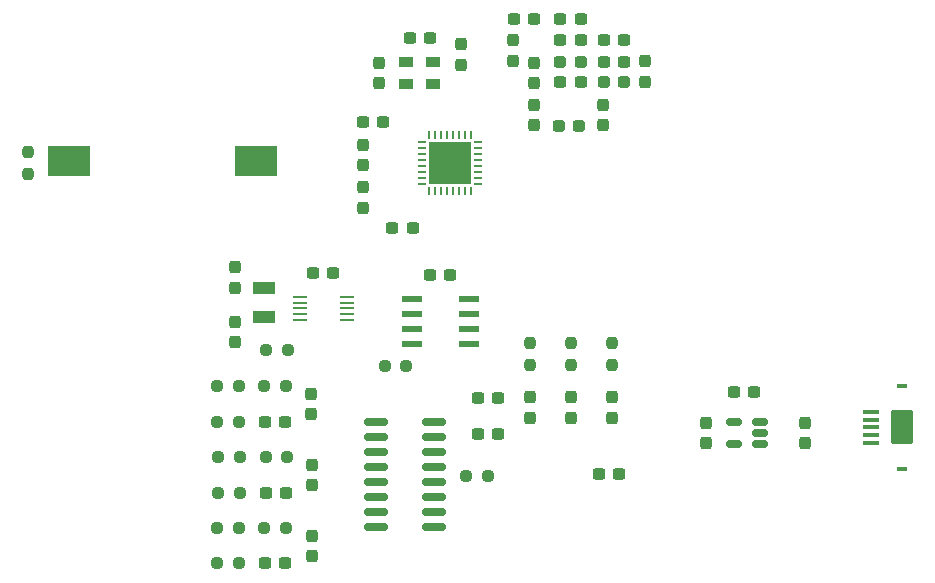
<source format=gbr>
%TF.GenerationSoftware,KiCad,Pcbnew,9.0.0*%
%TF.CreationDate,2025-11-11T18:57:33-05:00*%
%TF.ProjectId,Agi_WSN,4167695f-5753-44e2-9e6b-696361645f70,rev?*%
%TF.SameCoordinates,Original*%
%TF.FileFunction,Paste,Top*%
%TF.FilePolarity,Positive*%
%FSLAX46Y46*%
G04 Gerber Fmt 4.6, Leading zero omitted, Abs format (unit mm)*
G04 Created by KiCad (PCBNEW 9.0.0) date 2025-11-11 18:57:33*
%MOMM*%
%LPD*%
G01*
G04 APERTURE LIST*
G04 Aperture macros list*
%AMRoundRect*
0 Rectangle with rounded corners*
0 $1 Rounding radius*
0 $2 $3 $4 $5 $6 $7 $8 $9 X,Y pos of 4 corners*
0 Add a 4 corners polygon primitive as box body*
4,1,4,$2,$3,$4,$5,$6,$7,$8,$9,$2,$3,0*
0 Add four circle primitives for the rounded corners*
1,1,$1+$1,$2,$3*
1,1,$1+$1,$4,$5*
1,1,$1+$1,$6,$7*
1,1,$1+$1,$8,$9*
0 Add four rect primitives between the rounded corners*
20,1,$1+$1,$2,$3,$4,$5,0*
20,1,$1+$1,$4,$5,$6,$7,0*
20,1,$1+$1,$6,$7,$8,$9,0*
20,1,$1+$1,$8,$9,$2,$3,0*%
G04 Aperture macros list end*
%ADD10RoundRect,0.237500X0.237500X-0.300000X0.237500X0.300000X-0.237500X0.300000X-0.237500X-0.300000X0*%
%ADD11RoundRect,0.237500X-0.287500X-0.237500X0.287500X-0.237500X0.287500X0.237500X-0.287500X0.237500X0*%
%ADD12RoundRect,0.237500X-0.237500X0.300000X-0.237500X-0.300000X0.237500X-0.300000X0.237500X0.300000X0*%
%ADD13RoundRect,0.237500X0.300000X0.237500X-0.300000X0.237500X-0.300000X-0.237500X0.300000X-0.237500X0*%
%ADD14R,1.220000X0.970000*%
%ADD15RoundRect,0.237500X-0.237500X0.250000X-0.237500X-0.250000X0.237500X-0.250000X0.237500X0.250000X0*%
%ADD16RoundRect,0.237500X0.237500X-0.287500X0.237500X0.287500X-0.237500X0.287500X-0.237500X-0.287500X0*%
%ADD17R,1.676400X0.482600*%
%ADD18R,1.900000X1.100000*%
%ADD19R,0.254000X0.711200*%
%ADD20R,0.711200X0.254000*%
%ADD21R,3.606800X3.606800*%
%ADD22R,1.219200X0.279400*%
%ADD23RoundRect,0.150000X0.512500X0.150000X-0.512500X0.150000X-0.512500X-0.150000X0.512500X-0.150000X0*%
%ADD24RoundRect,0.150000X-0.825000X-0.150000X0.825000X-0.150000X0.825000X0.150000X-0.825000X0.150000X0*%
%ADD25RoundRect,0.237500X-0.250000X-0.237500X0.250000X-0.237500X0.250000X0.237500X-0.250000X0.237500X0*%
%ADD26RoundRect,0.237500X0.237500X-0.250000X0.237500X0.250000X-0.237500X0.250000X-0.237500X-0.250000X0*%
%ADD27RoundRect,0.237500X0.250000X0.237500X-0.250000X0.237500X-0.250000X-0.237500X0.250000X-0.237500X0*%
%ADD28R,0.850000X0.300000*%
%ADD29RoundRect,0.100000X0.575000X-0.100000X0.575000X0.100000X-0.575000X0.100000X-0.575000X-0.100000X0*%
%ADD30RoundRect,0.250000X0.700000X-1.200000X0.700000X1.200000X-0.700000X1.200000X-0.700000X-1.200000X0*%
%ADD31RoundRect,0.237500X-0.300000X-0.237500X0.300000X-0.237500X0.300000X0.237500X-0.300000X0.237500X0*%
%ADD32R,3.660000X2.600000*%
%ADD33R,3.540000X2.600000*%
G04 APERTURE END LIST*
D10*
%TO.C,C31*%
X135255000Y-86286000D03*
X135255000Y-88011000D03*
%TD*%
%TO.C,C30*%
X129413000Y-88011000D03*
X129413000Y-86286000D03*
%TD*%
D11*
%TO.C,L5*%
X133209000Y-88037500D03*
X131459000Y-88037500D03*
%TD*%
D12*
%TO.C,C22*%
X114860000Y-93257500D03*
X114860000Y-94982500D03*
%TD*%
D10*
%TO.C,C17*%
X123165000Y-81127500D03*
X123165000Y-82852500D03*
%TD*%
%TO.C,C33*%
X116215000Y-82727500D03*
X116215000Y-84452500D03*
%TD*%
D13*
%TO.C,C32*%
X118852500Y-80590000D03*
X120577500Y-80590000D03*
%TD*%
D14*
%TO.C,Y2*%
X120860000Y-84510000D03*
X118570000Y-84510000D03*
X118570000Y-82670000D03*
X120860000Y-82670000D03*
%TD*%
D15*
%TO.C,R15*%
X136000000Y-106462500D03*
X136000000Y-108287500D03*
%TD*%
D16*
%TO.C,D3*%
X136000000Y-112750000D03*
X136000000Y-111000000D03*
%TD*%
D17*
%TO.C,U5*%
X123853000Y-102735000D03*
X123853000Y-104005000D03*
X123853000Y-105275000D03*
X123853000Y-106545000D03*
X119027000Y-106545000D03*
X119027000Y-105275000D03*
X119027000Y-104005000D03*
X119027000Y-102735000D03*
%TD*%
D18*
%TO.C,Y1*%
X106533100Y-101755002D03*
X106533100Y-104255002D03*
%TD*%
D19*
%TO.C,U4*%
X120509501Y-93549500D03*
X121009500Y-93549500D03*
X121509499Y-93549500D03*
X122009500Y-93549500D03*
X122509500Y-93549500D03*
X123009501Y-93549500D03*
X123509500Y-93549500D03*
X124009499Y-93549500D03*
D20*
X124609000Y-92949999D03*
X124609000Y-92450000D03*
X124609000Y-91950001D03*
X124609000Y-91450000D03*
X124609000Y-90950000D03*
X124609000Y-90449999D03*
X124609000Y-89950000D03*
X124609000Y-89450001D03*
D19*
X124009499Y-88850500D03*
X123509500Y-88850500D03*
X123009501Y-88850500D03*
X122509500Y-88850500D03*
X122009500Y-88850500D03*
X121509499Y-88850500D03*
X121009500Y-88850500D03*
X120509501Y-88850500D03*
D20*
X119910000Y-89450001D03*
X119910000Y-89950000D03*
X119910000Y-90449999D03*
X119910000Y-90950000D03*
X119910000Y-91450000D03*
X119910000Y-91950001D03*
X119910000Y-92450000D03*
X119910000Y-92949999D03*
D21*
X122259500Y-91200000D03*
%TD*%
D22*
%TO.C,U3*%
X109539200Y-102505000D03*
X109539200Y-103005002D03*
X109539200Y-103505001D03*
X109539200Y-104005000D03*
X109539200Y-104505002D03*
X113527000Y-104505002D03*
X113527000Y-104005000D03*
X113527000Y-103505001D03*
X113527000Y-103005002D03*
X113527000Y-102505000D03*
%TD*%
D23*
%TO.C,U2*%
X148550000Y-115020000D03*
X148550000Y-114070000D03*
X148550000Y-113120000D03*
X146275000Y-113120000D03*
X146275000Y-115020000D03*
%TD*%
D24*
%TO.C,U1*%
X116000000Y-113150000D03*
X116000000Y-114420000D03*
X116000000Y-115690000D03*
X116000000Y-116960000D03*
X116000000Y-118230000D03*
X116000000Y-119500000D03*
X116000000Y-120770000D03*
X116000000Y-122040000D03*
X120950000Y-122040000D03*
X120950000Y-120770000D03*
X120950000Y-119500000D03*
X120950000Y-118230000D03*
X120950000Y-116960000D03*
X120950000Y-115690000D03*
X120950000Y-114420000D03*
X120950000Y-113150000D03*
%TD*%
D25*
%TO.C,TH1*%
X102562500Y-125095000D03*
X104387500Y-125095000D03*
%TD*%
D26*
%TO.C,R14*%
X86530000Y-92120000D03*
X86530000Y-90295000D03*
%TD*%
D27*
%TO.C,R13*%
X125482500Y-117700000D03*
X123657500Y-117700000D03*
%TD*%
D25*
%TO.C,R12*%
X106727500Y-107010000D03*
X108552500Y-107010000D03*
%TD*%
%TO.C,R11*%
X116757500Y-108360000D03*
X118582500Y-108360000D03*
%TD*%
D15*
%TO.C,R10*%
X129000000Y-106462500D03*
X129000000Y-108287500D03*
%TD*%
D25*
%TO.C,R9*%
X106562500Y-122095000D03*
X108387500Y-122095000D03*
%TD*%
D15*
%TO.C,R8*%
X132500000Y-106462500D03*
X132500000Y-108287500D03*
%TD*%
D25*
%TO.C,R7*%
X102562500Y-122095000D03*
X104387500Y-122095000D03*
%TD*%
%TO.C,R6*%
X106650000Y-116095000D03*
X108475000Y-116095000D03*
%TD*%
%TO.C,R5*%
X102650000Y-119095000D03*
X104475000Y-119095000D03*
%TD*%
%TO.C,R4*%
X102650000Y-116095000D03*
X104475000Y-116095000D03*
%TD*%
%TO.C,R3*%
X106562500Y-110095000D03*
X108387500Y-110095000D03*
%TD*%
%TO.C,R2*%
X102562500Y-113095000D03*
X104387500Y-113095000D03*
%TD*%
%TO.C,R1*%
X102562500Y-110095000D03*
X104387500Y-110095000D03*
%TD*%
D16*
%TO.C,L4*%
X127635000Y-82536000D03*
X127635000Y-80786000D03*
%TD*%
%TO.C,L3*%
X129413000Y-84441000D03*
X129413000Y-82691000D03*
%TD*%
D11*
%TO.C,L2*%
X131586000Y-82677000D03*
X133336000Y-82677000D03*
%TD*%
%TO.C,L1*%
X135269000Y-84328000D03*
X137019000Y-84328000D03*
%TD*%
D28*
%TO.C,J2*%
X160550000Y-117070000D03*
X160550000Y-110070000D03*
D29*
X157875000Y-112270000D03*
X157875000Y-112920000D03*
X157875000Y-113570000D03*
X157875000Y-114220000D03*
X157875000Y-114870000D03*
D30*
X160550000Y-113570000D03*
%TD*%
D16*
%TO.C,D2*%
X129000000Y-112750000D03*
X129000000Y-111000000D03*
%TD*%
%TO.C,D1*%
X132500000Y-112750000D03*
X132500000Y-111000000D03*
%TD*%
D31*
%TO.C,C34*%
X134887500Y-117500000D03*
X136612500Y-117500000D03*
%TD*%
%TO.C,C29*%
X127661500Y-78994000D03*
X129386500Y-78994000D03*
%TD*%
%TO.C,C28*%
X131612500Y-78994000D03*
X133337500Y-78994000D03*
%TD*%
%TO.C,C27*%
X131598500Y-80772000D03*
X133323500Y-80772000D03*
%TD*%
%TO.C,C26*%
X135281500Y-82677000D03*
X137006500Y-82677000D03*
%TD*%
D12*
%TO.C,C25*%
X138811000Y-82576500D03*
X138811000Y-84301500D03*
%TD*%
D13*
%TO.C,C24*%
X133323500Y-84328000D03*
X131598500Y-84328000D03*
%TD*%
%TO.C,C23*%
X137006500Y-80772000D03*
X135281500Y-80772000D03*
%TD*%
%TO.C,C19*%
X119122000Y-96700000D03*
X117397000Y-96700000D03*
%TD*%
%TO.C,C18*%
X116622000Y-87700000D03*
X114897000Y-87700000D03*
%TD*%
D10*
%TO.C,C16*%
X114880000Y-91352500D03*
X114880000Y-89627500D03*
%TD*%
D13*
%TO.C,C15*%
X122302500Y-100640000D03*
X120577500Y-100640000D03*
%TD*%
D12*
%TO.C,C14*%
X104033100Y-104642502D03*
X104033100Y-106367502D03*
%TD*%
D10*
%TO.C,C13*%
X104033100Y-101730002D03*
X104033100Y-100005002D03*
%TD*%
D13*
%TO.C,C12*%
X112395600Y-100505002D03*
X110670600Y-100505002D03*
%TD*%
D10*
%TO.C,C11*%
X143912500Y-114932500D03*
X143912500Y-113207500D03*
%TD*%
D31*
%TO.C,C10*%
X146300000Y-110570000D03*
X148025000Y-110570000D03*
%TD*%
D10*
%TO.C,C9*%
X152300000Y-114932500D03*
X152300000Y-113207500D03*
%TD*%
D31*
%TO.C,C8*%
X124612500Y-111095000D03*
X126337500Y-111095000D03*
%TD*%
D12*
%TO.C,C7*%
X110562500Y-122732500D03*
X110562500Y-124457500D03*
%TD*%
D31*
%TO.C,C6*%
X106612500Y-125095000D03*
X108337500Y-125095000D03*
%TD*%
D12*
%TO.C,C5*%
X110562500Y-116732500D03*
X110562500Y-118457500D03*
%TD*%
D31*
%TO.C,C4*%
X106700000Y-119095000D03*
X108425000Y-119095000D03*
%TD*%
D12*
%TO.C,C3*%
X110475000Y-110732500D03*
X110475000Y-112457500D03*
%TD*%
D31*
%TO.C,C2*%
X106612500Y-113095000D03*
X108337500Y-113095000D03*
%TD*%
%TO.C,C1*%
X124612500Y-114095000D03*
X126337500Y-114095000D03*
%TD*%
D32*
%TO.C,BT1*%
X90030000Y-91010000D03*
D33*
X105830000Y-91010000D03*
%TD*%
M02*

</source>
